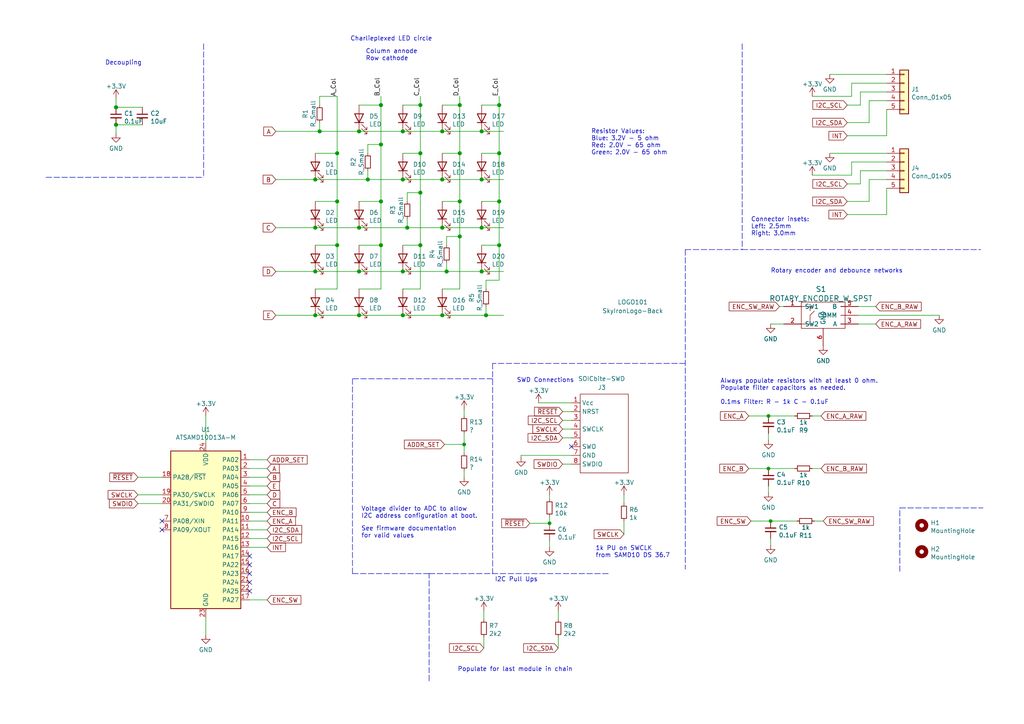
<source format=kicad_sch>
(kicad_sch (version 20211123) (generator eeschema)
  (paper "A4")
  (lib_symbols
    (symbol "BVH_Logos:SkyIronLogo-Back"
      (property "Reference" "#LOGO" (at 0 -2.54 0))
      (property "Value" "SkyIronLogo-Back" (at 0 0 0))
    )
    (symbol "BVH_MCU_Microchip-SAMD:ATSAMD10D13A-M"
      (property "Reference" "U" (at -10.16 24.13 0))
      (property "Value" "ATSAMD10D13A-M" (at 1.27 24.13 0))
      (symbol "ATSAMD10D13A-M_0_1"
        (rectangle (start -10.16 22.86) (end 10.16 -22.86) (stroke (width 0.254)) (fill (type background)))
      )
      (symbol "ATSAMD10D13A-M_1_1"
        (pin bidirectional line (at 12.7 20.32 180) (length 2.54) (name "PA02") (number "1"))
        (pin bidirectional line (at 12.7 2.54 180) (length 2.54) (name "PA11") (number "10"))
        (pin bidirectional line (at 12.7 0 180) (length 2.54) (name "PA14") (number "11"))
        (pin bidirectional line (at 12.7 -2.54 180) (length 2.54) (name "PA15") (number "12"))
        (pin bidirectional line (at 12.7 -5.08 180) (length 2.54) (name "PA16") (number "13"))
        (pin bidirectional line (at 12.7 -7.62 180) (length 2.54) (name "PA17") (number "14"))
        (pin bidirectional line (at 12.7 -10.16 180) (length 2.54) (name "PA22") (number "15"))
        (pin bidirectional line (at 12.7 -12.7 180) (length 2.54) (name "PA23") (number "16"))
        (pin bidirectional line (at 12.7 -20.32 180) (length 2.54) (name "PA27") (number "17"))
        (pin bidirectional line (at -12.7 15.24 0) (length 2.54) (name "PA28/~{RST}") (number "18"))
        (pin bidirectional line (at -12.7 10.16 0) (length 2.54) (name "PA30/SWCLK") (number "19"))
        (pin bidirectional line (at 12.7 17.78 180) (length 2.54) (name "PA03") (number "2"))
        (pin bidirectional line (at -12.7 7.62 0) (length 2.54) (name "PA31/SWDIO") (number "20"))
        (pin bidirectional line (at 12.7 -15.24 180) (length 2.54) (name "PA24") (number "21"))
        (pin bidirectional line (at 12.7 -17.78 180) (length 2.54) (name "PA25") (number "22"))
        (pin power_in line (at 0 -25.4 90) (length 2.54) (name "GND") (number "23"))
        (pin power_in line (at 0 25.4 270) (length 2.54) (name "VDD") (number "24"))
        (pin power_in line (at 0 -25.4 90) (length 2.54) hide (name "GND") (number "25"))
        (pin bidirectional line (at 12.7 15.24 180) (length 2.54) (name "PA04") (number "3"))
        (pin bidirectional line (at 12.7 12.7 180) (length 2.54) (name "PA05") (number "4"))
        (pin bidirectional line (at 12.7 10.16 180) (length 2.54) (name "PA06") (number "5"))
        (pin bidirectional line (at 12.7 7.62 180) (length 2.54) (name "PA07") (number "6"))
        (pin bidirectional line (at -12.7 2.54 0) (length 2.54) (name "PA08/XIN") (number "7"))
        (pin bidirectional line (at -12.7 0 0) (length 2.54) (name "PA09/XOUT") (number "8"))
        (pin bidirectional line (at 12.7 5.08 180) (length 2.54) (name "PA10") (number "9"))
      )
    )
    (symbol "BVH_SOICbite:SOICbite-SWD"
      (property "Reference" "J" (at 0 -15.24 0))
      (property "Value" "SOICbite-SWD" (at 0 11.43 0))
      (symbol "SOICbite-SWD_0_1"
        (rectangle (start -6.35 10.16) (end 7.62 -12.7))
      )
      (symbol "SOICbite-SWD_1_1"
        (pin output line (at -8.89 7.62 0) (length 2.54) (name "Vcc") (number "1"))
        (pin output line (at -8.89 5.08 0) (length 2.54) (name "NRST") (number "2"))
        (pin output line (at -8.89 2.54 0) (length 2.54) (name "") (number "3"))
        (pin output line (at -8.89 0 0) (length 2.54) (name "SWCLK") (number "4"))
        (pin output line (at -8.89 -2.54 0) (length 2.54) (name "") (number "5"))
        (pin input line (at -8.89 -5.08 0) (length 2.54) (name "SWO") (number "6"))
        (pin output line (at -8.89 -7.62 0) (length 2.54) (name "GND") (number "7"))
        (pin bidirectional line (at -8.89 -10.16 0) (length 2.54) (name "SWDIO") (number "8"))
      )
    )
    (symbol "BVH_Switches_Inputs:ROTARY_ENCODER_W_SPST" (pin_names (offset 1.016))
      (property "Reference" "S" (at 0 5.08 0))
      (property "Value" "ROTARY_ENCODER_W_SPST" (at 1.27 7.62 0))
      (symbol "ROTARY_ENCODER_W_SPST_0_1"
        (rectangle (start -6.35 3.81) (end 6.35 -3.81))
        (polyline (pts (xy -6.35 -2.54) (xy -3.81 -2.54)))
        (polyline (pts (xy -6.35 2.54) (xy -3.81 2.54)))
        (polyline (pts (xy -3.81 2.54) (xy -3.81 1.27)))
        (polyline (pts (xy -3.81 -2.54) (xy -3.81 0) (xy -2.54 1.27)))
      )
      (symbol "ROTARY_ENCODER_W_SPST_1_1"
        (pin input line (at -11.43 2.54 0) (length 5.08) (name "SW1") (number "1"))
        (pin input line (at -11.43 -2.54 0) (length 5.08) (name "SW2") (number "2"))
        (pin input line (at 10.16 -2.54 180) (length 5.08) (name "A") (number "3"))
        (pin input line (at 10.16 0 180) (length 5.08) (name "COMM") (number "4"))
        (pin input line (at 10.16 2.54 180) (length 5.08) (name "B") (number "5"))
        (pin input line (at 0 -8.89 90) (length 5.08) (name "GND") (number "6"))
      )
    )
    (symbol "Connector_Generic:Conn_01x05" (pin_names (offset 1.016) hide)
      (property "Reference" "J" (at 0 7.62 0))
      (property "Value" "Conn_01x05" (at 0 -7.62 0))
      (symbol "Conn_01x05_1_1"
        (rectangle (start -1.27 -4.953) (end 0 -5.207) (stroke (width 0.1524)))
        (rectangle (start -1.27 -2.413) (end 0 -2.667) (stroke (width 0.1524)))
        (rectangle (start -1.27 0.127) (end 0 -0.127) (stroke (width 0.1524)))
        (rectangle (start -1.27 2.667) (end 0 2.413) (stroke (width 0.1524)))
        (rectangle (start -1.27 5.207) (end 0 4.953) (stroke (width 0.1524)))
        (rectangle (start -1.27 6.35) (end 1.27 -6.35) (stroke (width 0.254)) (fill (type background)))
        (pin passive line (at -5.08 5.08 0) (length 3.81) (name "Pin_1") (number "1"))
        (pin passive line (at -5.08 2.54 0) (length 3.81) (name "Pin_2") (number "2"))
        (pin passive line (at -5.08 0 0) (length 3.81) (name "Pin_3") (number "3"))
        (pin passive line (at -5.08 -2.54 0) (length 3.81) (name "Pin_4") (number "4"))
        (pin passive line (at -5.08 -5.08 0) (length 3.81) (name "Pin_5") (number "5"))
      )
    )
    (symbol "Device:C_Small" (pin_numbers hide) (pin_names (offset 0.254) hide)
      (property "Reference" "C" (at 0.254 1.778 0))
      (property "Value" "C_Small" (at 0.254 -2.032 0))
      (symbol "C_Small_0_1"
        (polyline (pts (xy -1.524 -0.508) (xy 1.524 -0.508)) (stroke (width 0.3302)))
        (polyline (pts (xy -1.524 0.508) (xy 1.524 0.508)) (stroke (width 0.3048)))
      )
      (symbol "C_Small_1_1"
        (pin passive line (at 0 2.54 270) (length 2.032) (name "~") (number "1"))
        (pin passive line (at 0 -2.54 90) (length 2.032) (name "~") (number "2"))
      )
    )
    (symbol "Device:LED" (pin_numbers hide) (pin_names (offset 1.016) hide)
      (property "Reference" "D" (at 0 2.54 0))
      (property "Value" "LED" (at 0 -2.54 0))
      (symbol "LED_0_1"
        (polyline (pts (xy -1.27 -1.27) (xy -1.27 1.27)) (stroke (width 0.254)))
        (polyline (pts (xy -1.27 0) (xy 1.27 0)))
        (polyline (pts (xy 1.27 -1.27) (xy 1.27 1.27) (xy -1.27 0) (xy 1.27 -1.27)) (stroke (width 0.254)))
        (polyline (pts (xy -3.048 -0.762) (xy -4.572 -2.286) (xy -3.81 -2.286) (xy -4.572 -2.286) (xy -4.572 -1.524)))
        (polyline (pts (xy -1.778 -0.762) (xy -3.302 -2.286) (xy -2.54 -2.286) (xy -3.302 -2.286) (xy -3.302 -1.524)))
      )
      (symbol "LED_1_1"
        (pin passive line (at -3.81 0 0) (length 2.54) (name "K") (number "1"))
        (pin passive line (at 3.81 0 180) (length 2.54) (name "A") (number "2"))
      )
    )
    (symbol "Device:R_Small" (pin_numbers hide) (pin_names (offset 0.254) hide)
      (property "Reference" "R" (at 0.762 0.508 0))
      (property "Value" "R_Small" (at 0.762 -1.016 0))
      (symbol "R_Small_0_1"
        (rectangle (start -0.762 1.778) (end 0.762 -1.778) (stroke (width 0.2032)))
      )
      (symbol "R_Small_1_1"
        (pin passive line (at 0 2.54 270) (length 0.762) (name "~") (number "1"))
        (pin passive line (at 0 -2.54 90) (length 0.762) (name "~") (number "2"))
      )
    )
    (symbol "Mechanical:MountingHole" (pin_names (offset 1.016))
      (property "Reference" "H" (at 0 5.08 0))
      (property "Value" "MountingHole" (at 0 3.175 0))
      (symbol "MountingHole_0_1"
        (circle (center 0 0) (radius 1.27) (stroke (width 1.27)))
      )
    )
    (symbol "power:+3.3V" (power) (pin_names (offset 0))
      (property "Value" "+3.3V" (at 0 3.556 0))
      (symbol "+3.3V_0_1"
        (polyline (pts (xy -0.762 1.27) (xy 0 2.54)))
        (polyline (pts (xy 0 0) (xy 0 2.54)))
        (polyline (pts (xy 0 2.54) (xy 0.762 1.27)))
      )
      (symbol "+3.3V_1_1"
        (pin power_in line (at 0 0 90) (length 0) hide (name "+3.3V") (number "1"))
      )
    )
    (symbol "power:GND" (power) (pin_names (offset 0))
      (property "Value" "GND" (at 0 -3.81 0))
      (symbol "GND_0_1"
        (polyline (pts (xy 0 0) (xy 0 -1.27) (xy 1.27 -1.27) (xy 0 -2.54) (xy -1.27 -1.27) (xy 0 -1.27)))
      )
      (symbol "GND_1_1"
        (pin power_in line (at 0 0 270) (length 0) hide (name "GND") (number "1"))
      )
    )
  )
  (junction (at 139.7 78.74) (diameter 1.016))
  (junction (at 128.27 66.04) (diameter 1.016))
  (junction (at 144.78 58.42) (diameter 1.016))
  (junction (at 110.49 58.42) (diameter 1.016))
  (junction (at 116.84 91.44) (diameter 1.016))
  (junction (at 91.44 91.44) (diameter 1.016))
  (junction (at 33.655 31.115) (diameter 1.016))
  (junction (at 121.92 44.45) (diameter 1.016))
  (junction (at 121.92 30.48) (diameter 1.016))
  (junction (at 128.27 38.1) (diameter 1.016))
  (junction (at 134.62 128.905))
  (junction (at 223.52 151.13))
  (junction (at 128.27 91.44) (diameter 1.016))
  (junction (at 97.79 58.42) (diameter 1.016))
  (junction (at 91.44 52.07) (diameter 1.016))
  (junction (at 110.49 41.91) (diameter 1.016))
  (junction (at 133.35 68.58) (diameter 1.016))
  (junction (at 116.84 38.1) (diameter 1.016))
  (junction (at 139.7 52.07) (diameter 1.016))
  (junction (at 104.14 66.04) (diameter 1.016))
  (junction (at 104.14 38.1) (diameter 1.016))
  (junction (at 116.84 78.74) (diameter 1.016))
  (junction (at 144.78 71.12) (diameter 1.016))
  (junction (at 110.49 71.12) (diameter 1.016))
  (junction (at 33.655 36.195) (diameter 1.016))
  (junction (at 144.78 44.45) (diameter 1.016))
  (junction (at 110.49 30.48) (diameter 1.016))
  (junction (at 139.7 38.1) (diameter 1.016))
  (junction (at 91.44 78.74) (diameter 1.016))
  (junction (at 97.79 44.45) (diameter 1.016))
  (junction (at 104.14 78.74) (diameter 1.016))
  (junction (at 118.11 66.04) (diameter 1.016))
  (junction (at 92.71 38.1) (diameter 1.016))
  (junction (at 144.78 30.48) (diameter 1.016))
  (junction (at 128.27 52.07) (diameter 1.016))
  (junction (at 133.35 44.45) (diameter 1.016))
  (junction (at 106.68 52.07) (diameter 1.016))
  (junction (at 140.97 91.44) (diameter 1.016))
  (junction (at 133.35 58.42) (diameter 1.016))
  (junction (at 104.14 91.44) (diameter 1.016))
  (junction (at 159.385 151.765))
  (junction (at 133.35 30.48) (diameter 1.016))
  (junction (at 116.84 52.07) (diameter 1.016))
  (junction (at 129.54 78.74) (diameter 1.016))
  (junction (at 97.79 71.12) (diameter 1.016))
  (junction (at 222.885 120.65))
  (junction (at 121.92 71.12) (diameter 1.016))
  (junction (at 139.7 66.04) (diameter 1.016))
  (junction (at 121.92 55.88) (diameter 1.016))
  (junction (at 91.44 66.04) (diameter 1.016))
  (junction (at 222.885 135.89))
  (no_connect (at 72.39 161.29))
  (no_connect (at 72.39 163.83))
  (no_connect (at 72.39 166.37))
  (no_connect (at 72.39 168.91))
  (no_connect (at 46.99 151.13))
  (no_connect (at 46.99 153.67))
  (no_connect (at 72.39 171.45))
  (no_connect (at 165.735 129.54))
  (wire (pts (xy 129.54 76.2) (xy 129.54 78.74)))
  (wire (pts (xy 240.665 21.59) (xy 257.175 21.59)))
  (wire (pts (xy 72.39 143.51) (xy 77.47 143.51)))
  (wire (pts (xy 217.805 151.13) (xy 223.52 151.13)))
  (wire (pts (xy 40.005 143.51) (xy 46.99 143.51)))
  (wire (pts (xy 144.78 27.94) (xy 144.78 30.48)))
  (wire (pts (xy 144.78 30.48) (xy 144.78 44.45)))
  (wire (pts (xy 144.78 44.45) (xy 144.78 58.42)))
  (wire (pts (xy 144.78 58.42) (xy 144.78 71.12)))
  (wire (pts (xy 144.78 71.12) (xy 144.78 81.28)))
  (wire (pts (xy 59.69 120.65) (xy 59.69 128.27)))
  (polyline (pts (xy 59.055 12.7) (xy 59.055 51.435)))
  (wire (pts (xy 92.71 35.56) (xy 92.71 38.1)))
  (wire (pts (xy 116.84 71.12) (xy 121.92 71.12)))
  (wire (pts (xy 257.175 62.23) (xy 257.175 54.61)))
  (wire (pts (xy 161.925 184.785) (xy 161.925 187.96)))
  (wire (pts (xy 235.585 120.65) (xy 238.125 120.65)))
  (wire (pts (xy 247.015 46.99) (xy 247.015 50.8)))
  (wire (pts (xy 163.195 124.46) (xy 165.735 124.46)))
  (wire (pts (xy 222.885 135.89) (xy 230.505 135.89)))
  (wire (pts (xy 240.665 44.45) (xy 257.175 44.45)))
  (wire (pts (xy 97.79 71.12) (xy 97.79 83.82)))
  (wire (pts (xy 163.195 127) (xy 165.735 127)))
  (wire (pts (xy 245.745 62.23) (xy 257.175 62.23)))
  (wire (pts (xy 72.39 173.99) (xy 77.47 173.99)))
  (wire (pts (xy 153.67 151.765) (xy 159.385 151.765)))
  (wire (pts (xy 139.7 44.45) (xy 144.78 44.45)))
  (polyline (pts (xy 142.875 109.855) (xy 102.235 109.855)))
  (wire (pts (xy 91.44 44.45) (xy 97.79 44.45)))
  (wire (pts (xy 134.62 128.905) (xy 134.62 125.73)))
  (wire (pts (xy 118.11 55.88) (xy 121.92 55.88)))
  (wire (pts (xy 118.11 58.42) (xy 118.11 55.88)))
  (wire (pts (xy 110.49 27.94) (xy 110.49 30.48)))
  (wire (pts (xy 110.49 30.48) (xy 110.49 41.91)))
  (wire (pts (xy 110.49 41.91) (xy 110.49 58.42)))
  (wire (pts (xy 110.49 58.42) (xy 110.49 71.12)))
  (wire (pts (xy 72.39 153.67) (xy 77.47 153.67)))
  (wire (pts (xy 235.585 50.8) (xy 247.015 50.8)))
  (wire (pts (xy 159.385 149.86) (xy 159.385 151.765)))
  (wire (pts (xy 257.175 46.99) (xy 247.015 46.99)))
  (wire (pts (xy 106.68 41.91) (xy 110.49 41.91)))
  (wire (pts (xy 106.68 44.45) (xy 106.68 41.91)))
  (wire (pts (xy 180.975 151.13) (xy 180.975 154.94)))
  (wire (pts (xy 236.22 151.13) (xy 238.76 151.13)))
  (wire (pts (xy 72.39 133.35) (xy 77.47 133.35)))
  (wire (pts (xy 163.195 121.92) (xy 165.735 121.92)))
  (wire (pts (xy 118.11 63.5) (xy 118.11 66.04)))
  (wire (pts (xy 134.62 128.905) (xy 134.62 131.445)))
  (wire (pts (xy 128.27 44.45) (xy 133.35 44.45)))
  (wire (pts (xy 110.49 71.12) (xy 110.49 83.82)))
  (wire (pts (xy 128.905 128.905) (xy 134.62 128.905)))
  (wire (pts (xy 217.17 120.65) (xy 222.885 120.65)))
  (wire (pts (xy 128.27 58.42) (xy 133.35 58.42)))
  (wire (pts (xy 72.39 138.43) (xy 77.47 138.43)))
  (wire (pts (xy 222.885 120.65) (xy 230.505 120.65)))
  (wire (pts (xy 140.97 81.28) (xy 144.78 81.28)))
  (wire (pts (xy 140.97 83.82) (xy 140.97 81.28)))
  (wire (pts (xy 72.39 135.89) (xy 77.47 135.89)))
  (wire (pts (xy 223.52 156.21) (xy 223.52 158.115)))
  (wire (pts (xy 33.655 28.575) (xy 33.655 31.115)))
  (wire (pts (xy 180.975 143.51) (xy 180.975 146.05)))
  (wire (pts (xy 72.39 158.75) (xy 77.47 158.75)))
  (wire (pts (xy 40.005 138.43) (xy 46.99 138.43)))
  (wire (pts (xy 72.39 148.59) (xy 77.47 148.59)))
  (wire (pts (xy 163.195 134.62) (xy 165.735 134.62)))
  (wire (pts (xy 106.68 49.53) (xy 106.68 52.07)))
  (wire (pts (xy 245.745 39.37) (xy 257.175 39.37)))
  (wire (pts (xy 257.175 39.37) (xy 257.175 31.75)))
  (wire (pts (xy 248.92 91.44) (xy 272.415 91.44)))
  (wire (pts (xy 223.52 93.98) (xy 227.33 93.98)))
  (wire (pts (xy 59.69 179.07) (xy 59.69 184.15)))
  (wire (pts (xy 140.335 184.785) (xy 140.335 187.96)))
  (wire (pts (xy 116.84 30.48) (xy 121.92 30.48)))
  (wire (pts (xy 72.39 156.21) (xy 77.47 156.21)))
  (wire (pts (xy 163.195 119.38) (xy 165.735 119.38)))
  (wire (pts (xy 140.335 177.165) (xy 140.335 179.705)))
  (wire (pts (xy 104.14 83.82) (xy 110.49 83.82)))
  (wire (pts (xy 252.095 52.07) (xy 252.095 58.42)))
  (wire (pts (xy 140.97 88.9) (xy 140.97 91.44)))
  (wire (pts (xy 116.84 83.82) (xy 121.92 83.82)))
  (wire (pts (xy 116.84 44.45) (xy 121.92 44.45)))
  (polyline (pts (xy 124.46 166.37) (xy 176.53 166.37)))
  (wire (pts (xy 223.52 151.13) (xy 231.14 151.13)))
  (wire (pts (xy 129.54 68.58) (xy 133.35 68.58)))
  (wire (pts (xy 129.54 71.12) (xy 129.54 68.58)))
  (wire (pts (xy 33.655 36.195) (xy 33.655 38.735)))
  (wire (pts (xy 235.585 27.94) (xy 247.015 27.94)))
  (wire (pts (xy 247.015 24.13) (xy 247.015 27.94)))
  (wire (pts (xy 257.175 24.13) (xy 247.015 24.13)))
  (wire (pts (xy 245.745 30.48) (xy 249.555 30.48)))
  (wire (pts (xy 249.555 26.67) (xy 257.175 26.67)))
  (wire (pts (xy 249.555 30.48) (xy 249.555 26.67)))
  (wire (pts (xy 121.92 27.94) (xy 121.92 30.48)))
  (wire (pts (xy 121.92 30.48) (xy 121.92 44.45)))
  (wire (pts (xy 121.92 44.45) (xy 121.92 55.88)))
  (wire (pts (xy 121.92 55.88) (xy 121.92 71.12)))
  (wire (pts (xy 121.92 71.12) (xy 121.92 83.82)))
  (wire (pts (xy 40.005 146.05) (xy 46.99 146.05)))
  (wire (pts (xy 80.01 52.07) (xy 91.44 52.07)))
  (wire (pts (xy 91.44 52.07) (xy 106.68 52.07)))
  (wire (pts (xy 106.68 52.07) (xy 116.84 52.07)))
  (wire (pts (xy 116.84 52.07) (xy 128.27 52.07)))
  (wire (pts (xy 128.27 52.07) (xy 139.7 52.07)))
  (wire (pts (xy 139.7 52.07) (xy 146.05 52.07)))
  (wire (pts (xy 134.62 118.745) (xy 134.62 120.65)))
  (wire (pts (xy 72.39 151.13) (xy 77.47 151.13)))
  (wire (pts (xy 159.385 156.845) (xy 159.385 158.75)))
  (wire (pts (xy 151.13 132.08) (xy 151.13 132.715)))
  (polyline (pts (xy 260.985 147.32) (xy 285.115 147.32)))
  (wire (pts (xy 33.655 31.115) (xy 41.275 31.115)))
  (polyline (pts (xy 13.335 51.435) (xy 59.055 51.435)))
  (polyline (pts (xy 215.265 12.7) (xy 215.265 72.39)))
  (wire (pts (xy 156.21 116.84) (xy 165.735 116.84)))
  (wire (pts (xy 252.095 29.21) (xy 252.095 35.56)))
  (wire (pts (xy 252.095 35.56) (xy 245.745 35.56)))
  (wire (pts (xy 257.175 29.21) (xy 252.095 29.21)))
  (wire (pts (xy 235.585 135.89) (xy 238.125 135.89)))
  (wire (pts (xy 97.79 27.94) (xy 97.79 44.45)))
  (wire (pts (xy 97.79 44.45) (xy 97.79 58.42)))
  (wire (pts (xy 97.79 58.42) (xy 97.79 71.12)))
  (wire (pts (xy 104.14 58.42) (xy 110.49 58.42)))
  (wire (pts (xy 257.175 52.07) (xy 252.095 52.07)))
  (wire (pts (xy 249.555 49.53) (xy 257.175 49.53)))
  (wire (pts (xy 139.7 58.42) (xy 144.78 58.42)))
  (wire (pts (xy 92.71 27.94) (xy 97.79 27.94)))
  (wire (pts (xy 92.71 30.48) (xy 92.71 27.94)))
  (polyline (pts (xy 102.235 166.37) (xy 124.46 166.37)))
  (polyline (pts (xy 198.755 105.41) (xy 142.875 105.41)))
  (wire (pts (xy 91.44 58.42) (xy 97.79 58.42)))
  (wire (pts (xy 133.35 27.94) (xy 133.35 30.48)))
  (wire (pts (xy 133.35 30.48) (xy 133.35 44.45)))
  (wire (pts (xy 133.35 44.45) (xy 133.35 58.42)))
  (wire (pts (xy 133.35 58.42) (xy 133.35 68.58)))
  (wire (pts (xy 133.35 68.58) (xy 133.35 83.82)))
  (wire (pts (xy 226.06 88.9) (xy 227.33 88.9)))
  (wire (pts (xy 104.14 71.12) (xy 110.49 71.12)))
  (wire (pts (xy 249.555 53.34) (xy 249.555 49.53)))
  (polyline (pts (xy 198.755 72.39) (xy 198.755 165.1)))
  (polyline (pts (xy 102.235 109.855) (xy 102.235 166.37)))
  (wire (pts (xy 139.7 71.12) (xy 144.78 71.12)))
  (wire (pts (xy 134.62 136.525) (xy 134.62 138.43)))
  (wire (pts (xy 80.01 78.74) (xy 91.44 78.74)))
  (wire (pts (xy 91.44 78.74) (xy 104.14 78.74)))
  (wire (pts (xy 104.14 78.74) (xy 116.84 78.74)))
  (wire (pts (xy 116.84 78.74) (xy 129.54 78.74)))
  (wire (pts (xy 129.54 78.74) (xy 139.7 78.74)))
  (wire (pts (xy 139.7 78.74) (xy 146.05 78.74)))
  (wire (pts (xy 248.92 88.9) (xy 254 88.9)))
  (wire (pts (xy 33.655 36.195) (xy 41.275 36.195)))
  (polyline (pts (xy 215.265 72.39) (xy 284.48 72.39)))
  (wire (pts (xy 161.925 177.165) (xy 161.925 179.705)))
  (wire (pts (xy 80.01 38.1) (xy 92.71 38.1)))
  (wire (pts (xy 80.01 91.44) (xy 91.44 91.44)))
  (wire (pts (xy 91.44 91.44) (xy 104.14 91.44)))
  (wire (pts (xy 92.71 38.1) (xy 104.14 38.1)))
  (wire (pts (xy 104.14 38.1) (xy 116.84 38.1)))
  (wire (pts (xy 104.14 91.44) (xy 116.84 91.44)))
  (wire (pts (xy 116.84 38.1) (xy 128.27 38.1)))
  (wire (pts (xy 116.84 91.44) (xy 128.27 91.44)))
  (wire (pts (xy 128.27 38.1) (xy 139.7 38.1)))
  (wire (pts (xy 128.27 91.44) (xy 140.97 91.44)))
  (wire (pts (xy 139.7 38.1) (xy 146.05 38.1)))
  (wire (pts (xy 140.97 91.44) (xy 146.05 91.44)))
  (polyline (pts (xy 124.46 197.485) (xy 124.46 166.37)))
  (wire (pts (xy 104.14 30.48) (xy 110.49 30.48)))
  (polyline (pts (xy 260.985 165.735) (xy 260.985 147.32)))
  (wire (pts (xy 222.885 140.97) (xy 222.885 142.875)))
  (wire (pts (xy 72.39 146.05) (xy 77.47 146.05)))
  (wire (pts (xy 248.92 93.98) (xy 254 93.98)))
  (wire (pts (xy 91.44 71.12) (xy 97.79 71.12)))
  (wire (pts (xy 72.39 140.97) (xy 77.47 140.97)))
  (wire (pts (xy 128.27 83.82) (xy 133.35 83.82)))
  (polyline (pts (xy 198.755 72.39) (xy 215.265 72.39)))
  (wire (pts (xy 139.7 30.48) (xy 144.78 30.48)))
  (polyline (pts (xy 142.875 105.41) (xy 142.875 166.37)))
  (wire (pts (xy 128.27 30.48) (xy 133.35 30.48)))
  (wire (pts (xy 165.735 132.08) (xy 151.13 132.08)))
  (wire (pts (xy 222.885 125.73) (xy 222.885 127.635)))
  (wire (pts (xy 91.44 83.82) (xy 97.79 83.82)))
  (wire (pts (xy 252.095 58.42) (xy 245.745 58.42)))
  (wire (pts (xy 245.745 53.34) (xy 249.555 53.34)))
  (wire (pts (xy 80.01 66.04) (xy 91.44 66.04)))
  (wire (pts (xy 91.44 66.04) (xy 104.14 66.04)))
  (wire (pts (xy 104.14 66.04) (xy 118.11 66.04)))
  (wire (pts (xy 118.11 66.04) (xy 128.27 66.04)))
  (wire (pts (xy 128.27 66.04) (xy 139.7 66.04)))
  (wire (pts (xy 139.7 66.04) (xy 146.05 66.04)))
  (wire (pts (xy 217.17 135.89) (xy 222.885 135.89)))
  (wire (pts (xy 159.385 143.51) (xy 159.385 144.78)))
  (text "1k PU on SWCLK \nfrom SAMD10 DS 36.7" (at 172.72 161.925 0) (effects (font (size 1.27 1.27)) (justify left bottom)))
  (text "Populate for last module in chain" (at 132.715 194.945 0) (effects (font (size 1.27 1.27)) (justify left bottom)))
  (text "Rotary encoder and debounce networks" (at 223.52 79.375 0) (effects (font (size 1.27 1.27)) (justify left bottom)))
  (text "I2C Pull Ups" (at 143.51 168.91 0) (effects (font (size 1.27 1.27)) (justify left bottom)))
  (text "See firmware documentation \nfor valid values" (at 104.775 156.21 0) (effects (font (size 1.27 1.27)) (justify left bottom)))
  (text "Column annode\nRow cathode" (at 106.045 17.78 0) (effects (font (size 1.27 1.27)) (justify left bottom)))
  (text "Resistor Values:\nBlue: 3.2V - 5 ohm\nRed: 2.0V - 65 ohm\nGreen: 2.0V - 65 ohm" (at 171.45 45.085 0) (effects (font (size 1.27 1.27)) (justify left bottom)))
  (text "Voltage divider to ADC to allow\nI2C address configuration at boot." (at 104.775 150.495 0) (effects (font (size 1.27 1.27)) (justify left bottom)))
  (text "SWD Connections" (at 149.86 111.125 0) (effects (font (size 1.27 1.27)) (justify left bottom)))
  (text "Decoupling" (at 30.48 19.05 0) (effects (font (size 1.27 1.27)) (justify left bottom)))
  (text "Charlieplexed LED circle" (at 101.6 12.065 0) (effects (font (size 1.27 1.27)) (justify left bottom)))
  (text "Connector insets:\nLeft: 2.5mm\nRight: 3.0mm" (at 217.805 68.58 0) (effects (font (size 1.27 1.27)) (justify left bottom)))
  (text "Always populate resistors with at least 0 ohm.\nPopulate filter capacitors as needed.\n\n0.1ms Filter: R - 1k C - 0.1uF" (at 208.915 117.475 0) (effects (font (size 1.27 1.27)) (justify left bottom)))
  (label "E_Col" (at 144.78 27.94 90))
  (label "D_Col" (at 133.35 27.94 90))
  (label "B_Col" (at 110.49 27.94 90))
  (label "A_Col" (at 97.79 27.94 90))
  (label "C_Col" (at 121.92 27.94 90))
  (global_label "I2C_SCL" (shape input) (at 245.745 53.34 180) (property "Intersheet References" "${INTERSHEET_REFS}" (effects hide)))
  (global_label "I2C_SCL" (shape input) (at 245.745 30.48 180) (property "Intersheet References" "${INTERSHEET_REFS}" (effects hide)))
  (global_label "I2C_SDA" (shape input) (at 245.745 58.42 180) (property "Intersheet References" "${INTERSHEET_REFS}" (effects hide)))
  (global_label "I2C_SDA" (shape input) (at 163.195 127 180) (property "Intersheet References" "${INTERSHEET_REFS}" (effects hide)))
  (global_label "E" (shape input) (at 80.01 91.44 180) (property "Intersheet References" "${INTERSHEET_REFS}" (effects hide)))
  (global_label "B" (shape input) (at 77.47 138.43 0) (property "Intersheet References" "${INTERSHEET_REFS}" (effects hide)))
  (global_label "ENC_A" (shape input) (at 77.47 151.13 0) (property "Intersheet References" "${INTERSHEET_REFS}" (effects hide)))
  (global_label "~{RESET}" (shape input) (at 153.67 151.765 180) (property "Intersheet References" "${INTERSHEET_REFS}" (effects hide)))
  (global_label "ENC_A" (shape input) (at 217.17 120.65 180) (property "Intersheet References" "${INTERSHEET_REFS}" (effects hide)))
  (global_label "SWCLK" (shape input) (at 180.975 154.94 180) (property "Intersheet References" "${INTERSHEET_REFS}" (effects hide)))
  (global_label "C" (shape input) (at 77.47 146.05 0) (property "Intersheet References" "${INTERSHEET_REFS}" (effects hide)))
  (global_label "INT" (shape input) (at 245.745 39.37 180) (property "Intersheet References" "${INTERSHEET_REFS}" (effects hide)))
  (global_label "ADDR_SET" (shape input) (at 77.47 133.35 0) (property "Intersheet References" "${INTERSHEET_REFS}" (effects hide)))
  (global_label "ENC_SW_RAW" (shape input) (at 238.76 151.13 0) (property "Intersheet References" "${INTERSHEET_REFS}" (effects hide)))
  (global_label "SWCLK" (shape input) (at 40.005 143.51 180) (property "Intersheet References" "${INTERSHEET_REFS}" (effects hide)))
  (global_label "ENC_B" (shape input) (at 77.47 148.59 0) (property "Intersheet References" "${INTERSHEET_REFS}" (effects hide)))
  (global_label "SWCLK" (shape input) (at 163.195 124.46 180) (property "Intersheet References" "${INTERSHEET_REFS}" (effects hide)))
  (global_label "ENC_SW" (shape input) (at 217.805 151.13 180) (property "Intersheet References" "${INTERSHEET_REFS}" (effects hide)))
  (global_label "INT" (shape input) (at 77.47 158.75 0) (property "Intersheet References" "${INTERSHEET_REFS}" (effects hide)))
  (global_label "A" (shape input) (at 80.01 38.1 180) (property "Intersheet References" "${INTERSHEET_REFS}" (effects hide)))
  (global_label "ENC_SW" (shape input) (at 77.47 173.99 0) (property "Intersheet References" "${INTERSHEET_REFS}" (effects hide)))
  (global_label "I2C_SCL" (shape input) (at 140.335 187.96 180) (property "Intersheet References" "${INTERSHEET_REFS}" (effects hide)))
  (global_label "ENC_A_RAW" (shape input) (at 254 93.98 0) (property "Intersheet References" "${INTERSHEET_REFS}" (effects hide)))
  (global_label "ENC_A_RAW" (shape input) (at 238.125 120.65 0) (property "Intersheet References" "${INTERSHEET_REFS}" (effects hide)))
  (global_label "E" (shape input) (at 77.47 140.97 0) (property "Intersheet References" "${INTERSHEET_REFS}" (effects hide)))
  (global_label "~{RESET}" (shape input) (at 40.005 138.43 180) (property "Intersheet References" "${INTERSHEET_REFS}" (effects hide)))
  (global_label "C" (shape input) (at 80.01 66.04 180) (property "Intersheet References" "${INTERSHEET_REFS}" (effects hide)))
  (global_label "SWDIO" (shape input) (at 40.005 146.05 180) (property "Intersheet References" "${INTERSHEET_REFS}" (effects hide)))
  (global_label "D" (shape input) (at 80.01 78.74 180) (property "Intersheet References" "${INTERSHEET_REFS}" (effects hide)))
  (global_label "A" (shape input) (at 77.47 135.89 0) (property "Intersheet References" "${INTERSHEET_REFS}" (effects hide)))
  (global_label "I2C_SDA" (shape input) (at 245.745 35.56 180) (property "Intersheet References" "${INTERSHEET_REFS}" (effects hide)))
  (global_label "ADDR_SET" (shape input) (at 128.905 128.905 180) (property "Intersheet References" "${INTERSHEET_REFS}" (effects hide)))
  (global_label "ENC_SW_RAW" (shape input) (at 226.06 88.9 180) (property "Intersheet References" "${INTERSHEET_REFS}" (effects hide)))
  (global_label "~{RESET}" (shape input) (at 163.195 119.38 180) (property "Intersheet References" "${INTERSHEET_REFS}" (effects hide)))
  (global_label "INT" (shape input) (at 245.745 62.23 180) (property "Intersheet References" "${INTERSHEET_REFS}" (effects hide)))
  (global_label "D" (shape input) (at 77.47 143.51 0) (property "Intersheet References" "${INTERSHEET_REFS}" (effects hide)))
  (global_label "B" (shape input) (at 80.01 52.07 180) (property "Intersheet References" "${INTERSHEET_REFS}" (effects hide)))
  (global_label "ENC_B_RAW" (shape input) (at 254 88.9 0) (property "Intersheet References" "${INTERSHEET_REFS}" (effects hide)))
  (global_label "SWDIO" (shape input) (at 163.195 134.62 180) (property "Intersheet References" "${INTERSHEET_REFS}" (effects hide)))
  (global_label "ENC_B_RAW" (shape input) (at 238.125 135.89 0) (property "Intersheet References" "${INTERSHEET_REFS}" (effects hide)))
  (global_label "I2C_SDA" (shape input) (at 161.925 187.96 180) (property "Intersheet References" "${INTERSHEET_REFS}" (effects hide)))
  (global_label "I2C_SDA" (shape input) (at 77.47 153.67 0) (property "Intersheet References" "${INTERSHEET_REFS}" (effects hide)))
  (global_label "I2C_SCL" (shape input) (at 163.195 121.92 180) (property "Intersheet References" "${INTERSHEET_REFS}" (effects hide)))
  (global_label "I2C_SCL" (shape input) (at 77.47 156.21 0) (property "Intersheet References" "${INTERSHEET_REFS}" (effects hide)))
  (global_label "ENC_B" (shape input) (at 217.17 135.89 180) (property "Intersheet References" "${INTERSHEET_REFS}" (effects hide)))
  (symbol (lib_id "power:+3.3V") (at 59.69 120.65 0) (unit 1)
    (property "Reference" "#PWR03" (effects hide))
    (property "Value" "+3.3V" (at 59.69 117.1026 0))
  )
  (symbol (lib_id "Device:LED") (at 139.7 74.93 90) (unit 1)
    (property "Reference" "D20" (at 142.6211 74.3596 90) (effects (justify right)))
    (property "Value" "LED" (at 142.6211 76.6583 90) (effects (justify right)))
    (property "Footprint" "LED_SMD:LED_0603_1608Metric" (effects hide))
  )
  (symbol (lib_id "Device:R_Small") (at 233.045 135.89 270) (unit 1)
    (property "Reference" "R10" (at 233.045 140.0598 90))
    (property "Value" "1k" (at 233.045 137.7611 90))
    (property "Footprint" "Resistor_SMD:R_0603_1608Metric" (effects hide))
  )
  (symbol (lib_id "Device:LED") (at 128.27 48.26 90) (unit 1)
    (property "Reference" "D14" (at 131.1911 47.6896 90) (effects (justify right)))
    (property "Value" "LED" (at 131.1911 49.9883 90) (effects (justify right)))
    (property "Footprint" "LED_SMD:LED_0603_1608Metric" (effects hide))
  )
  (symbol (lib_id "power:GND") (at 222.885 142.875 0) (unit 1)
    (property "Reference" "#PWR015" (effects hide))
    (property "Value" "GND" (at 222.885 147.1994 0))
  )
  (symbol (lib_id "power:+3.3V") (at 161.925 177.165 0) (unit 1)
    (property "Reference" "#PWR013" (effects hide))
    (property "Value" "+3.3V" (at 161.925 173.6176 0))
  )
  (symbol (lib_id "Device:C_Small") (at 223.52 153.67 0) (unit 1)
    (property "Reference" "C5" (at 225.8442 152.9091 0) (effects (justify left)))
    (property "Value" "0.1uF" (at 225.8442 155.2078 0) (effects (justify left)))
    (property "Footprint" "Capacitor_SMD:C_0603_1608Metric" (effects hide))
  )
  (symbol (lib_id "power:+3.3V") (at 159.385 143.51 0) (unit 1)
    (property "Reference" "#PWR018" (effects hide))
    (property "Value" "+3.3V" (at 159.385 139.9626 0))
  )
  (symbol (lib_id "Mechanical:MountingHole") (at 267.335 152.4 0) (unit 1)
    (property "Reference" "H1" (at 269.8751 151.6391 0) (effects (justify left)))
    (property "Value" "MountingHole" (at 269.8751 153.9378 0) (effects (justify left)))
    (property "Footprint" "MountingHole:MountingHole_2.5mm" (effects hide))
  )
  (symbol (lib_id "BVH_SOICbite:SOICbite-SWD") (at 174.625 124.46 0) (unit 1)
    (property "Reference" "J3" (at 173.355 112.395 0) (effects (justify left)))
    (property "Value" "SOICbite-SWD" (at 167.64 109.855 0) (effects (justify left)))
    (property "Footprint" "BVH_SOICbite:SOICbite_renumbered" (effects hide))
  )
  (symbol (lib_id "Device:R_Small") (at 180.975 148.59 0) (unit 1)
    (property "Reference" "R6" (at 182.4737 147.8291 0) (effects (justify left)))
    (property "Value" "1k" (at 182.4737 150.1278 0) (effects (justify left)))
    (property "Footprint" "Resistor_SMD:R_0603_1608Metric" (effects hide))
  )
  (symbol (lib_id "power:+3.3V") (at 140.335 177.165 0) (unit 1)
    (property "Reference" "#PWR010" (effects hide))
    (property "Value" "+3.3V" (at 140.335 173.6176 0))
  )
  (symbol (lib_id "Device:LED") (at 91.44 48.26 90) (unit 1)
    (property "Reference" "D1" (at 94.3611 47.6896 90) (effects (justify right)))
    (property "Value" "LED" (at 94.3611 49.9883 90) (effects (justify right)))
    (property "Footprint" "LED_SMD:LED_0603_1608Metric" (effects hide))
  )
  (symbol (lib_id "Device:LED") (at 116.84 34.29 90) (unit 1)
    (property "Reference" "D9" (at 119.7611 33.7196 90) (effects (justify right)))
    (property "Value" "LED" (at 119.7611 36.0183 90) (effects (justify right)))
    (property "Footprint" "LED_SMD:LED_0603_1608Metric" (effects hide))
  )
  (symbol (lib_id "Device:R_Small") (at 159.385 147.32 0) (unit 1)
    (property "Reference" "R12" (at 160.8837 146.5591 0) (effects (justify left)))
    (property "Value" "10k" (at 160.8837 148.8578 0) (effects (justify left)))
    (property "Footprint" "Resistor_SMD:R_0603_1608Metric" (effects hide))
  )
  (symbol (lib_id "Mechanical:MountingHole") (at 267.335 160.02 0) (unit 1)
    (property "Reference" "H2" (at 269.8751 159.2591 0) (effects (justify left)))
    (property "Value" "MountingHole" (at 269.8751 161.5578 0) (effects (justify left)))
    (property "Footprint" "MountingHole:MountingHole_2.5mm" (effects hide))
  )
  (symbol (lib_id "power:GND") (at 151.13 132.715 0) (unit 1)
    (property "Reference" "#PWR011" (effects hide))
    (property "Value" "GND" (at 151.13 137.0394 0))
  )
  (symbol (lib_id "Device:LED") (at 139.7 62.23 90) (unit 1)
    (property "Reference" "D19" (at 142.6211 61.6596 90) (effects (justify right)))
    (property "Value" "LED" (at 142.6211 63.9583 90) (effects (justify right)))
    (property "Footprint" "LED_SMD:LED_0603_1608Metric" (effects hide))
  )
  (symbol (lib_id "Device:R_Small") (at 233.045 120.65 270) (unit 1)
    (property "Reference" "R9" (at 233.045 124.8198 90))
    (property "Value" "1k" (at 233.045 122.5211 90))
    (property "Footprint" "Resistor_SMD:R_0603_1608Metric" (effects hide))
  )
  (symbol (lib_id "Device:LED") (at 128.27 34.29 90) (unit 1)
    (property "Reference" "D13" (at 131.1911 33.7196 90) (effects (justify right)))
    (property "Value" "LED" (at 131.1911 36.0183 90) (effects (justify right)))
    (property "Footprint" "LED_SMD:LED_0603_1608Metric" (effects hide))
  )
  (symbol (lib_id "BVH_Logos:SkyIronLogo-Back") (at 183.515 93.345 0) (unit 1)
    (property "Reference" "LOGO101" (at 183.515 87.63 0))
    (property "Value" "SkyIronLogo-Back" (at 183.515 90.17 0))
    (property "Footprint" "BVH_Logos:SkyIron_logo_Back" (effects hide))
  )
  (symbol (lib_id "power:+3.3V") (at 33.655 28.575 0) (unit 1)
    (property "Reference" "#PWR01" (effects hide))
    (property "Value" "+3.3V" (at 33.655 25.0276 0))
  )
  (symbol (lib_id "power:GND") (at 240.665 21.59 0) (unit 1)
    (property "Reference" "#PWR08" (effects hide))
    (property "Value" "GND" (at 240.665 25.9144 0))
  )
  (symbol (lib_id "power:GND") (at 238.76 100.33 0) (unit 1)
    (property "Reference" "#PWR0101" (effects hide))
    (property "Value" "GND" (at 238.76 104.6544 0))
  )
  (symbol (lib_id "power:GND") (at 223.52 158.115 0) (unit 1)
    (property "Reference" "#PWR016" (effects hide))
    (property "Value" "GND" (at 223.52 162.4394 0))
  )
  (symbol (lib_id "Connector_Generic:Conn_01x05") (at 262.255 49.53 0) (unit 1)
    (property "Reference" "J4" (at 264.2871 48.7691 0) (effects (justify left)))
    (property "Value" "Conn_01x05" (at 264.2871 51.0678 0) (effects (justify left)))
    (property "Footprint" "Connector_PinSocket_1.27mm:PinSocket_1x05_P1.27mm_Vertical" (effects hide))
  )
  (symbol (lib_id "Device:LED") (at 116.84 74.93 90) (unit 1)
    (property "Reference" "D11" (at 119.7611 74.3596 90) (effects (justify right)))
    (property "Value" "LED" (at 119.7611 76.6583 90) (effects (justify right)))
    (property "Footprint" "LED_SMD:LED_0603_1608Metric" (effects hide))
  )
  (symbol (lib_id "Device:R_Small") (at 140.335 182.245 0) (unit 1)
    (property "Reference" "R7" (at 141.8337 181.4841 0) (effects (justify left)))
    (property "Value" "2k2" (at 141.8337 183.7828 0) (effects (justify left)))
    (property "Footprint" "Resistor_SMD:R_0603_1608Metric" (effects hide))
  )
  (symbol (lib_id "Device:R_Small") (at 118.11 60.96 180) (unit 1)
    (property "Reference" "R3" (at 113.9402 60.96 90))
    (property "Value" "R_Small" (at 116.2389 60.96 90))
    (property "Footprint" "Resistor_SMD:R_0603_1608Metric" (effects hide))
  )
  (symbol (lib_id "Device:R_Small") (at 161.925 182.245 0) (unit 1)
    (property "Reference" "R8" (at 163.4237 181.4841 0) (effects (justify left)))
    (property "Value" "2k2" (at 163.4237 183.7828 0) (effects (justify left)))
    (property "Footprint" "Resistor_SMD:R_0603_1608Metric" (effects hide))
  )
  (symbol (lib_id "power:GND") (at 222.885 127.635 0) (unit 1)
    (property "Reference" "#PWR014" (effects hide))
    (property "Value" "GND" (at 222.885 131.9594 0))
  )
  (symbol (lib_id "power:GND") (at 33.655 38.735 0) (unit 1)
    (property "Reference" "#PWR02" (effects hide))
    (property "Value" "GND" (at 33.655 43.0594 0))
  )
  (symbol (lib_id "Device:C_Small") (at 33.655 33.655 0) (unit 1)
    (property "Reference" "C1" (at 35.9792 32.8941 0) (effects (justify left)))
    (property "Value" "0.1uF" (at 35.9792 35.1928 0) (effects (justify left)))
    (property "Footprint" "Capacitor_SMD:C_0603_1608Metric" (effects hide))
  )
  (symbol (lib_id "BVH_Switches_Inputs:ROTARY_ENCODER_W_SPST") (at 238.76 91.44 0) (unit 1)
    (property "Reference" "S1" (at 238.125 83.8659 0) (effects (font (size 1.524 1.524))))
    (property "Value" "ROTARY_ENCODER_W_SPST" (at 238.125 86.5735 0) (effects (font (size 1.524 1.524))))
    (property "Footprint" "BVH_Switches:Rotary_Encoder_W_Switch" (effects hide))
  )
  (symbol (lib_id "power:+3.3V") (at 134.62 118.745 0) (unit 1)
    (property "Reference" "#PWR06" (effects hide))
    (property "Value" "+3.3V" (at 134.62 115.1976 0))
  )
  (symbol (lib_id "Device:LED") (at 104.14 87.63 90) (unit 1)
    (property "Reference" "D8" (at 107.0611 87.0596 90) (effects (justify right)))
    (property "Value" "LED" (at 107.0611 89.3583 90) (effects (justify right)))
    (property "Footprint" "LED_SMD:LED_0603_1608Metric" (effects hide))
  )
  (symbol (lib_id "Device:R_Small") (at 106.68 46.99 180) (unit 1)
    (property "Reference" "R2" (at 102.5102 46.99 90))
    (property "Value" "R_Small" (at 104.8089 46.99 90))
    (property "Footprint" "Resistor_SMD:R_0603_1608Metric" (effects hide))
  )
  (symbol (lib_id "power:+3.3V") (at 235.585 50.8 0) (unit 1)
    (property "Reference" "#PWR020" (effects hide))
    (property "Value" "+3.3V" (at 235.585 47.2526 0))
  )
  (symbol (lib_id "Device:LED") (at 104.14 62.23 90) (unit 1)
    (property "Reference" "D6" (at 107.0611 61.6596 90) (effects (justify right)))
    (property "Value" "LED" (at 107.0611 63.9583 90) (effects (justify right)))
    (property "Footprint" "LED_SMD:LED_0603_1608Metric" (effects hide))
  )
  (symbol (lib_id "Device:R_Small") (at 134.62 133.985 0) (unit 1)
    (property "Reference" "R14" (at 136.1187 133.2241 0) (effects (justify left)))
    (property "Value" "?" (at 136.1187 135.5228 0) (effects (justify left)))
    (property "Footprint" "Resistor_SMD:R_0603_1608Metric" (effects hide))
  )
  (symbol (lib_id "Device:LED") (at 91.44 74.93 90) (unit 1)
    (property "Reference" "D3" (at 94.3611 74.3596 90) (effects (justify right)))
    (property "Value" "LED" (at 94.3611 76.6583 90) (effects (justify right)))
    (property "Footprint" "LED_SMD:LED_0603_1608Metric" (effects hide))
  )
  (symbol (lib_id "Device:R_Small") (at 140.97 86.36 180) (unit 1)
    (property "Reference" "R5" (at 136.8002 86.36 90))
    (property "Value" "R_Small" (at 139.0989 86.36 90))
    (property "Footprint" "Resistor_SMD:R_0603_1608Metric" (effects hide))
  )
  (symbol (lib_id "Device:C_Small") (at 41.275 33.655 0) (unit 1)
    (property "Reference" "C2" (at 43.5992 32.8941 0) (effects (justify left)))
    (property "Value" "10uF" (at 43.5992 35.1928 0) (effects (justify left)))
    (property "Footprint" "Capacitor_SMD:C_0805_2012Metric" (effects hide))
  )
  (symbol (lib_id "Device:LED") (at 128.27 87.63 90) (unit 1)
    (property "Reference" "D16" (at 131.1911 87.0596 90) (effects (justify right)))
    (property "Value" "LED" (at 131.1911 89.3583 90) (effects (justify right)))
    (property "Footprint" "LED_SMD:LED_0603_1608Metric" (effects hide))
  )
  (symbol (lib_id "Device:R_Small") (at 129.54 73.66 180) (unit 1)
    (property "Reference" "R4" (at 125.3702 73.66 90))
    (property "Value" "R_Small" (at 127.6689 73.66 90))
    (property "Footprint" "Resistor_SMD:R_0603_1608Metric" (effects hide))
  )
  (symbol (lib_id "power:GND") (at 159.385 158.75 0) (unit 1)
    (property "Reference" "#PWR019" (effects hide))
    (property "Value" "GND" (at 159.385 163.0744 0))
  )
  (symbol (lib_id "Device:C_Small") (at 222.885 138.43 0) (unit 1)
    (property "Reference" "C4" (at 225.2092 137.6691 0) (effects (justify left)))
    (property "Value" "0.1uF" (at 225.2092 139.9678 0) (effects (justify left)))
    (property "Footprint" "Capacitor_SMD:C_0603_1608Metric" (effects hide))
  )
  (symbol (lib_id "Device:LED") (at 104.14 34.29 90) (unit 1)
    (property "Reference" "D5" (at 107.0611 33.7196 90) (effects (justify right)))
    (property "Value" "LED" (at 107.0611 36.0183 90) (effects (justify right)))
    (property "Footprint" "LED_SMD:LED_0603_1608Metric" (effects hide))
  )
  (symbol (lib_id "power:GND") (at 59.69 184.15 0) (unit 1)
    (property "Reference" "#PWR04" (effects hide))
    (property "Value" "GND" (at 59.69 188.4744 0))
  )
  (symbol (lib_id "Device:R_Small") (at 92.71 33.02 180) (unit 1)
    (property "Reference" "R1" (at 88.5402 33.02 90))
    (property "Value" "R_Small" (at 90.8389 33.02 90))
    (property "Footprint" "Resistor_SMD:R_0603_1608Metric" (effects hide))
  )
  (symbol (lib_id "Connector_Generic:Conn_01x05") (at 262.255 26.67 0) (unit 1)
    (property "Reference" "J1" (at 264.2871 25.9091 0) (effects (justify left)))
    (property "Value" "Conn_01x05" (at 264.2871 28.2078 0) (effects (justify left)))
    (property "Footprint" "Connector_PinSocket_1.27mm:PinSocket_1x05_P1.27mm_Vertical" (effects hide))
  )
  (symbol (lib_id "BVH_MCU_Microchip-SAMD:ATSAMD10D13A-M") (at 59.69 153.67 0) (unit 1)
    (property "Reference" "U1" (at 59.69 124.5828 0))
    (property "Value" "ATSAMD10D13A-M" (at 59.69 126.8815 0))
    (property "Footprint" "Package_DFN_QFN:QFN-24-1EP_4x4mm_P0.5mm_EP2.6x2.6mm" (effects hide))
    (property "Datasheet" "http://ww1.microchip.com/downloads/en/DeviceDoc/Atmel-42242-SAM-D10_Datasheet.pdf" (effects hide))
  )
  (symbol (lib_id "Device:C_Small") (at 222.885 123.19 0) (unit 1)
    (property "Reference" "C3" (at 225.2092 122.4291 0) (effects (justify left)))
    (property "Value" "0.1uF" (at 225.2092 124.7278 0) (effects (justify left)))
    (property "Footprint" "Capacitor_SMD:C_0603_1608Metric" (effects hide))
  )
  (symbol (lib_id "Device:LED") (at 139.7 48.26 90) (unit 1)
    (property "Reference" "D18" (at 142.6211 47.6896 90) (effects (justify right)))
    (property "Value" "LED" (at 142.6211 49.9883 90) (effects (justify right)))
    (property "Footprint" "LED_SMD:LED_0603_1608Metric" (effects hide))
  )
  (symbol (lib_id "Device:LED") (at 116.84 87.63 90) (unit 1)
    (property "Reference" "D12" (at 119.7611 87.0596 90) (effects (justify right)))
    (property "Value" "LED" (at 119.7611 89.3583 90) (effects (justify right)))
    (property "Footprint" "LED_SMD:LED_0603_1608Metric" (effects hide))
  )
  (symbol (lib_id "power:GND") (at 223.52 93.98 0) (unit 1)
    (property "Reference" "#PWR05" (effects hide))
    (property "Value" "GND" (at 223.52 98.3044 0))
  )
  (symbol (lib_id "power:GND") (at 272.415 91.44 0) (unit 1)
    (property "Reference" "#PWR017" (effects hide))
    (property "Value" "GND" (at 272.415 95.7644 0))
  )
  (symbol (lib_id "power:+3.3V") (at 180.975 143.51 0) (unit 1)
    (property "Reference" "#PWR0102" (effects hide))
    (property "Value" "+3.3V" (at 180.975 139.9626 0))
  )
  (symbol (lib_id "Device:R_Small") (at 134.62 123.19 0) (unit 1)
    (property "Reference" "R13" (at 136.1187 122.4291 0) (effects (justify left)))
    (property "Value" "?" (at 136.1187 124.7278 0) (effects (justify left)))
    (property "Footprint" "Resistor_SMD:R_0603_1608Metric" (effects hide))
  )
  (symbol (lib_id "Device:LED") (at 139.7 34.29 90) (unit 1)
    (property "Reference" "D17" (at 142.6211 33.7196 90) (effects (justify right)))
    (property "Value" "LED" (at 142.6211 36.0183 90) (effects (justify right)))
    (property "Footprint" "LED_SMD:LED_0603_1608Metric" (effects hide))
  )
  (symbol (lib_id "Device:LED") (at 104.14 74.93 90) (unit 1)
    (property "Reference" "D7" (at 107.0611 74.3596 90) (effects (justify right)))
    (property "Value" "LED" (at 107.0611 76.6583 90) (effects (justify right)))
    (property "Footprint" "LED_SMD:LED_0603_1608Metric" (effects hide))
  )
  (symbol (lib_id "Device:LED") (at 91.44 62.23 90) (unit 1)
    (property "Reference" "D2" (at 94.3611 61.6596 90) (effects (justify right)))
    (property "Value" "LED" (at 94.3611 63.9583 90) (effects (justify right)))
    (property "Footprint" "LED_SMD:LED_0603_1608Metric" (effects hide))
  )
  (symbol (lib_id "Device:R_Small") (at 233.68 151.13 270) (unit 1)
    (property "Reference" "R11" (at 233.68 155.2998 90))
    (property "Value" "1k" (at 233.68 153.0011 90))
    (property "Footprint" "Resistor_SMD:R_0603_1608Metric" (effects hide))
  )
  (symbol (lib_id "Device:LED") (at 128.27 62.23 90) (unit 1)
    (property "Reference" "D15" (at 131.1911 61.6596 90) (effects (justify right)))
    (property "Value" "LED" (at 131.1911 63.9583 90) (effects (justify right)))
    (property "Footprint" "LED_SMD:LED_0603_1608Metric" (effects hide))
  )
  (symbol (lib_id "power:GND") (at 240.665 44.45 0) (unit 1)
    (property "Reference" "#PWR021" (effects hide))
    (property "Value" "GND" (at 240.665 48.7744 0))
  )
  (symbol (lib_id "power:GND") (at 134.62 138.43 0) (unit 1)
    (property "Reference" "#PWR09" (effects hide))
    (property "Value" "GND" (at 134.62 142.7544 0))
  )
  (symbol (lib_id "Device:C_Small") (at 159.385 154.305 0) (unit 1)
    (property "Reference" "C6" (at 161.7092 153.5441 0) (effects (justify left)))
    (property "Value" "0.1uF" (at 161.7092 155.8428 0) (effects (justify left)))
    (property "Footprint" "Capacitor_SMD:C_0603_1608Metric" (effects hide))
  )
  (symbol (lib_id "Device:LED") (at 116.84 48.26 90) (unit 1)
    (property "Reference" "D10" (at 119.7611 47.6896 90) (effects (justify right)))
    (property "Value" "LED" (at 119.7611 49.9883 90) (effects (justify right)))
    (property "Footprint" "LED_SMD:LED_0603_1608Metric" (effects hide))
  )
  (symbol (lib_id "power:+3.3V") (at 156.21 116.84 0) (unit 1)
    (property "Reference" "#PWR012" (effects hide))
    (property "Value" "+3.3V" (at 156.21 113.2926 0))
  )
  (symbol (lib_id "power:+3.3V") (at 235.585 27.94 0) (unit 1)
    (property "Reference" "#PWR07" (effects hide))
    (property "Value" "+3.3V" (at 235.585 24.3926 0))
  )
  (symbol (lib_id "Device:LED") (at 91.44 87.63 90) (unit 1)
    (property "Reference" "D4" (at 94.3611 87.0596 90) (effects (justify right)))
    (property "Value" "LED" (at 94.3611 89.3583 90) (effects (justify right)))
    (property "Footprint" "LED_SMD:LED_0603_1608Metric" (effects hide))
  )
)
</source>
